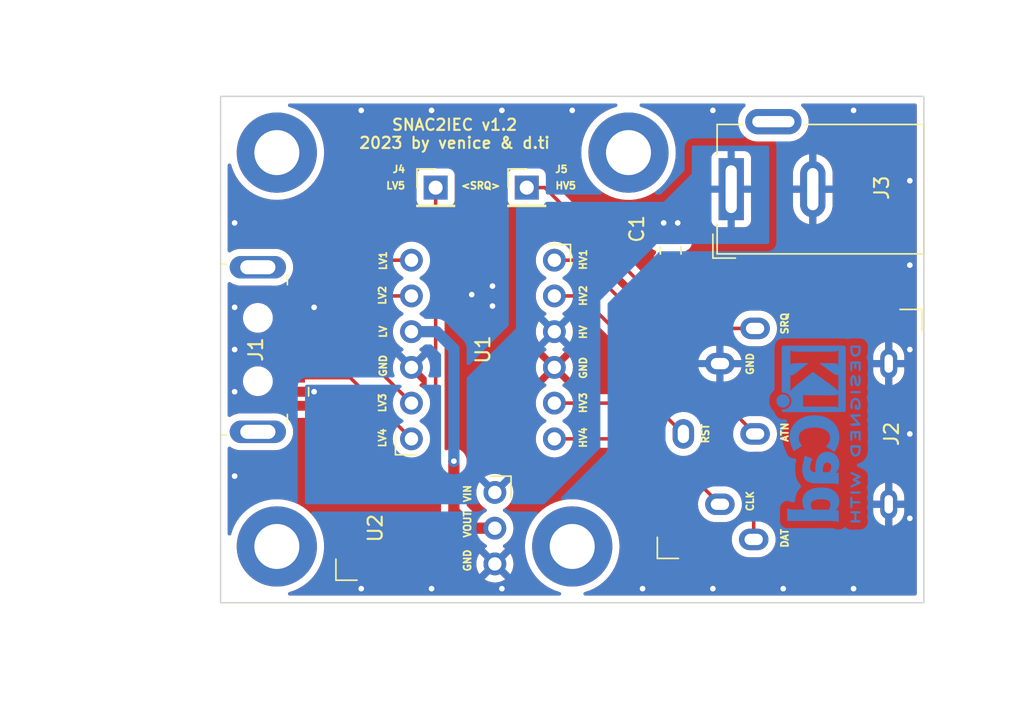
<source format=kicad_pcb>
(kicad_pcb (version 20211014) (generator pcbnew)
  (title_block (comment 4 "AISLER Project ID: KKYAYIPM"))
  (layers (0 "F.Cu" signal) (31 "B.Cu" signal) (34 "B.Paste" user) (35 "F.Paste" user) (36 "B.SilkS" user "B.Silkscreen") (37 "F.SilkS" user "F.Silkscreen") (38 "B.Mask" user) (39 "F.Mask" user) (44 "Edge.Cuts" user))
  (net 0 "")
  (net 2 "VBUS")
  (net 4 "GND")
  (net 6 "/LV1-ATN")
  (net 7 "+3V3")
  (net 8 "/LV2-DAT")
  (net 9 "/LV3-RST")
  (net 10 "/LV4-CLK")
  (net 11 "/LV5-SRQ")
  (net 12 "/HV5-SRQ")
  (net 13 "/HV1-ATN")
  (net 14 "/HV4-CLK")
  (net 15 "/HV2-DAT")
  (net 16 "/HV3-RST")
  (footprint "MountingHole:MountingHole_3.2mm_M3_ISO7380_Pad" (layer "F.Cu") (at 128.86 66.01)
    (fp_text reference "H1" hide)
    (fp_text value "M3")
  )
  (footprint "Connector_USB:USB3_A_Plug_Wuerth_692112030100_Horizontal" (layer "F.Cu") (at 128.185 80.01 180)
    (fp_text reference "J1")
    (fp_text value "USB3_A")
  )
  (footprint "Connector_PinHeader_2.54mm:PinHeader_1x01_P2.54mm_Vertical" (layer "F.Cu") (at 146.6278 68.5)
    (fp_text reference "J5")
    (fp_text value "SRQ-HV")
  )
  (footprint "MountingHole:MountingHole_3.2mm_M3_ISO7380_Pad" (layer "F.Cu") (at 149.86 94.01)
    (fp_text reference "H4" hide)
    (fp_text value "M3")
  )
  (footprint "Connector_PinHeader_2.54mm:PinHeader_1x01_P2.54mm_Vertical" (layer "F.Cu") (at 140.1508 68.5)
    (fp_text reference "J4")
    (fp_text value "SRQ-LV")
  )
  (footprint "MountingHole:MountingHole_3.2mm_M3_ISO7380_Pad" (layer "F.Cu") (at 128.86 94.01)
    (fp_text reference "H3" hide)
    (fp_text value "M3")
  )
  (footprint "Connector_BarrelJack:BarrelJack_Wuerth_6941xx301002" (layer "F.Cu") (at 161.16 68.61 90)
    (fp_text reference "J3")
    (fp_text value "Barrel_Jack")
  )
  (footprint "VeniceFootprints:Breakout_LDO_AMS1117_3.3V" (layer "F.Cu") (at 131.66 92.71 -90)
    (fp_text reference "U2")
    (fp_text value "LDO")
  )
  (footprint "Capacitor_SMD:C_0805_2012Metric" (layer "F.Cu") (at 156.86 72.96 -90)
    (fp_text reference "C1")
    (fp_text value "4.7uF")
  )
  (footprint "VeniceFootprints:DIN_6Pin_Print_Connector_IEC_Layout" (layer "F.Cu") (at 157.76 86.01 90)
    (fp_text reference "J2")
    (fp_text value "DIN-6")
  )
  (footprint "MountingHole:MountingHole_3.2mm_M3_ISO7380_Pad" (layer "F.Cu") (at 153.86 66.01)
    (fp_text reference "H2" hide)
    (fp_text value "M3")
  )
  (footprint "VeniceFootprints:Breakout_LevelShiffer_4Channel" (layer "F.Cu") (at 135.89 78.74 -90)
    (fp_text reference "U1")
    (fp_text value "4-Channel_LevelShifter")
  )
  (footprint "Symbol:KiCad-Logo2_5mm_Copper" (layer "B.Cu") (at 167.36 86.01 -90)
    (fp_text reference "" hide)
    (fp_text value "" hide)
  )
  (gr_rect (start 124.86 62.01) (end 174.86 98.01) (layer "Edge.Cuts") (width 0.1) (fill none))
  (gr_text "DAT" (at 164.9666 93.4298 90) (layer "F.SilkS") (effects (font (size 0.5 0.5) (thickness 0.125))))
  (gr_text "HV1\n" (at 150.641 73.6178 90) (layer "F.SilkS") (effects (font (size 0.5 0.5) (thickness 0.125))))
  (gr_text "VIN" (at 142.4114 90.2548 90) (layer "F.SilkS") (effects (font (size 0.5 0.5) (thickness 0.125))))
  (gr_text "HV\n" (at 150.641 78.774 90) (layer "F.SilkS") (effects (font (size 0.5 0.5) (thickness 0.125))))
  (gr_text "RST" (at 159.3278 85.9876 90) (layer "F.SilkS") (effects (font (size 0.5 0.5) (thickness 0.125))))
  (gr_text "SRQ" (at 164.9666 78.1644 90) (layer "F.SilkS") (effects (font (size 0.5 0.5) (thickness 0.125))))
  (gr_text "HV5" (at 149.3964 68.36) (layer "F.SilkS") (effects (font (size 0.5 0.5) (thickness 0.125))))
  (gr_text "VOUT" (at 142.4114 92.4392 90) (layer "F.SilkS") (effects (font (size 0.5 0.5) (thickness 0.125))))
  (gr_text "HV3\n" (at 150.641 83.8032 90) (layer "F.SilkS") (effects (font (size 0.5 0.5) (thickness 0.125))))
  (gr_text "CLK" (at 162.5028 90.7882 90) (layer "F.SilkS") (effects (font (size 0.5 0.5) (thickness 0.125))))
  (gr_text "SNAC2IEC v1.2\n2023 by venice & d.ti" (at 141.497 64.677) (layer "F.SilkS") (effects (font (size 0.8 0.8))))
  (gr_text "LV\n" (at 136.417 78.7486 90) (layer "F.SilkS") (effects (font (size 0.5 0.5) (thickness 0.125))))
  (gr_text "LV2" (at 136.3662 76.1578 90) (layer "F.SilkS") (effects (font (size 0.5 0.5) (thickness 0.125))))
  (gr_text "GND\n" (at 136.417 81.1616 90) (layer "F.SilkS") (effects (font (size 0.5 0.5) (thickness 0.125))))
  (gr_text "LV4" (at 136.3662 86.2924 90) (layer "F.SilkS") (effects (font (size 0.5 0.5) (thickness 0.125))))
  (gr_text "HV4\n" (at 150.641 86.267 90) (layer "F.SilkS") (effects (font (size 0.5 0.5) (thickness 0.125))))
  (gr_text "GND\n" (at 150.641 81.314 90) (layer "F.SilkS") (effects (font (size 0.5 0.5) (thickness 0.125))))
  (gr_text "ATN" (at 164.9666 85.886 90) (layer "F.SilkS") (effects (font (size 0.5 0.5) (thickness 0.125))))
  (gr_text "LV1" (at 136.417 73.694 90) (layer "F.SilkS") (effects (font (size 0.5 0.5) (thickness 0.125))))
  (gr_text "<SRQ>" (at 143.3512 68.36) (layer "F.SilkS") (effects (font (size 0.5 0.5) (thickness 0.125))))
  (gr_text "LV3" (at 136.3662 83.8032 90) (layer "F.SilkS") (effects (font (size 0.5 0.5) (thickness 0.125))))
  (gr_text "GND" (at 162.5028 81.0346 90) (layer "F.SilkS") (effects (font (size 0.5 0.5) (thickness 0.125))))
  (gr_text "LV5" (at 137.306 68.36) (layer "F.SilkS") (effects (font (size 0.5 0.5) (thickness 0.125))))
  (gr_text "GND" (at 142.4114 95.0046 90) (layer "F.SilkS") (effects (font (size 0.5 0.5) (thickness 0.125))))
  (gr_text "HV2\n" (at 150.641 76.1832 90) (layer "F.SilkS") (effects (font (size 0.5 0.5) (thickness 0.125))))
  (segment (start 129.96 83.01) (end 131.51 83.01) (width 0.7) (layer "F.Cu") (net 2))
  (via (at 156.36 71.01) (size 0.8) (drill 0.4) (layers "F.Cu" "B.Cu") (net 2))
  (via (at 131.51 83.01) (size 0.8) (drill 0.4) (layers "F.Cu" "B.Cu") (net 2))
  (via (at 157.36 71.01) (size 0.8) (drill 0.4) (layers "F.Cu" "B.Cu") (net 2))
  (segment (start 129.96 77.01) (end 131.51 77.01) (width 0.7) (layer "F.Cu") (net 4))
  (via (at 144.86 97.01) (size 0.8) (drill 0.4) (layers "F.Cu" "B.Cu") (net 4))
  (via (at 125.86 83.01) (size 0.8) (drill 0.4) (layers "F.Cu" "B.Cu") (net 4))
  (via (at 149.86 63.01) (size 0.8) (drill 0.4) (layers "F.Cu" "B.Cu") (net 4))
  (via (at 125.86 89.01) (size 0.8) (drill 0.4) (layers "F.Cu" "B.Cu") (net 4))
  (via (at 144.1894 75.4974) (size 0.8) (drill 0.4) (layers "F.Cu" "B.Cu") (net 4))
  (via (at 164.86 97.01) (size 0.8) (drill 0.4) (layers "F.Cu" "B.Cu") (net 4))
  (via (at 125.86 77.01) (size 0.8) (drill 0.4) (layers "F.Cu" "B.Cu") (net 4))
  (via (at 131.51 77.01) (size 0.8) (drill 0.4) (layers "F.Cu" "B.Cu") (net 4))
  (via (at 144.86 63.01) (size 0.8) (drill 0.4) (layers "F.Cu" "B.Cu") (net 4))
  (via (at 125.86 71.01) (size 0.8) (drill 0.4) (layers "F.Cu" "B.Cu") (net 4))
  (via (at 144.1894 76.9198) (size 0.8) (drill 0.4) (layers "F.Cu" "B.Cu") (net 4))
  (via (at 139.86 63.01) (size 0.8) (drill 0.4) (layers "F.Cu" "B.Cu") (net 4))
  (via (at 142.7162 76.107) (size 0.8) (drill 0.4) (layers "F.Cu" "B.Cu") (net 4))
  (via (at 169.86 97.01) (size 0.8) (drill 0.4) (layers "F.Cu" "B.Cu") (net 4))
  (via (at 173.86 92.01) (size 0.8) (drill 0.4) (layers "F.Cu" "B.Cu") (net 4))
  (via (at 125.86 80.01) (size 0.8) (drill 0.4) (layers "F.Cu" "B.Cu") (net 4))
  (via (at 159.86 63.01) (size 0.8) (drill 0.4) (layers "F.Cu" "B.Cu") (net 4))
  (via (at 139.86 97.01) (size 0.8) (drill 0.4) (layers "F.Cu" "B.Cu") (net 4))
  (via (at 159.86 97.01) (size 0.8) (drill 0.4) (layers "F.Cu" "B.Cu") (net 4))
  (via (at 169.86 63.01) (size 0.8) (drill 0.4) (layers "F.Cu" "B.Cu") (net 4))
  (via (at 173.86 80.01) (size 0.8) (drill 0.4) (layers "F.Cu" "B.Cu") (net 4))
  (via (at 154.86 97.01) (size 0.8) (drill 0.4) (layers "F.Cu" "B.Cu") (net 4))
  (via (at 173.86 68.01) (size 0.8) (drill 0.4) (layers "F.Cu" "B.Cu") (net 4))
  (via (at 173.86 86.01) (size 0.8) (drill 0.4) (layers "F.Cu" "B.Cu") (net 4))
  (via (at 134.86 97.01) (size 0.8) (drill 0.4) (layers "F.Cu" "B.Cu") (net 4))
  (via (at 173.86 74.01) (size 0.8) (drill 0.4) (layers "F.Cu" "B.Cu") (net 4))
  (via (at 134.86 63.01) (size 0.8) (drill 0.4) (layers "F.Cu" "B.Cu") (net 4))
  (segment (start 133.51 76.01) (end 129.96 76.01) (width 0.25) (layer "F.Cu") (net 6))
  (segment (start 138.43 73.66) (end 135.86 73.66) (width 0.25) (layer "F.Cu") (net 6))
  (segment (start 135.86 73.66) (end 133.51 76.01) (width 0.25) (layer "F.Cu") (net 6))
  (segment (start 141.4462 91.4942) (end 142.662 92.71) (width 0.8) (layer "F.Cu") (net 7))
  (segment (start 142.662 92.71) (end 144.36 92.71) (width 0.8) (layer "F.Cu") (net 7))
  (segment (start 141.4462 87.9942) (end 141.4462 91.4942) (width 0.8) (layer "F.Cu") (net 7))
  (via (at 141.4462 87.9434) (size 0.8) (drill 0.4) (layers "F.Cu" "B.Cu") (net 7))
  (segment (start 141.4462 87.9678) (end 141.4462 79.9678) (width 0.8) (layer "B.Cu") (net 7))
  (segment (start 138.43 78.74) (end 140.2184 78.74) (width 0.8) (layer "B.Cu") (net 7))
  (segment (start 140.2184 78.74) (end 141.4462 79.9678) (width 0.8) (layer "B.Cu") (net 7))
  (segment (start 136.32 76.2) (end 134.51 78.01) (width 0.25) (layer "F.Cu") (net 8))
  (segment (start 134.51 78.01) (end 129.96 78.01) (width 0.25) (layer "F.Cu") (net 8))
  (segment (start 138.43 76.2) (end 136.32 76.2) (width 0.25) (layer "F.Cu") (net 8))
  (segment (start 134.62 80.01) (end 129.96 80.01) (width 0.25) (layer "F.Cu") (net 9))
  (segment (start 138.43 83.82) (end 134.62 80.01) (width 0.25) (layer "F.Cu") (net 9))
  (segment (start 134.08 82.01) (end 129.96 82.01) (width 0.25) (layer "F.Cu") (net 10))
  (segment (start 138.43 86.36) (end 134.08 82.01) (width 0.25) (layer "F.Cu") (net 10))
  (segment (start 140.1508 68.5) (end 140.1508 87.537) (width 0.25) (layer "F.Cu") (net 11))
  (segment (start 139.0332 88.6546) (end 137.3822 88.6546) (width 0.25) (layer "F.Cu") (net 11))
  (segment (start 140.1508 87.537) (end 139.0332 88.6546) (width 0.25) (layer "F.Cu") (net 11))
  (segment (start 137.3822 88.6546) (end 132.7376 84.01) (width 0.25) (layer "F.Cu") (net 11))
  (segment (start 132.7376 84.01) (end 129.96 84.01) (width 0.25) (layer "F.Cu") (net 11))
  (segment (start 147.9108 68.5) (end 146.6278 68.5) (width 0.25) (layer "F.Cu") (net 12))
  (segment (start 157.9208 78.51) (end 162.86 78.51) (width 0.25) (layer "F.Cu") (net 12))
  (segment (start 157.9208 78.51) (end 147.9108 68.5) (width 0.25) (layer "F.Cu") (net 12))
  (segment (start 150.51 73.66) (end 162.86 86.01) (width 0.25) (layer "F.Cu") (net 13))
  (segment (start 148.59 73.66) (end 150.51 73.66) (width 0.25) (layer "F.Cu") (net 13))
  (segment (start 148.59 86.36) (end 155.71 86.36) (width 0.25) (layer "F.Cu") (net 14))
  (segment (start 155.71 86.36) (end 160.36 91.01) (width 0.25) (layer "F.Cu") (net 14))
  (segment (start 162.76 88.48) (end 162.76 93.51) (width 0.25) (layer "F.Cu") (net 15))
  (segment (start 148.59 76.2) (end 150.48 76.2) (width 0.25) (layer "F.Cu") (net 15))
  (segment (start 150.48 76.2) (end 162.76 88.48) (width 0.25) (layer "F.Cu") (net 15))
  (segment (start 148.59 83.82) (end 155.57 83.82) (width 0.25) (layer "F.Cu") (net 16))
  (segment (start 155.57 83.82) (end 157.76 86.01) (width 0.25) (layer "F.Cu") (net 16))
  (zone (net 4) (net_name "GND") (layers F&B.Cu) (connect_pads (clearance 0.508)) (min_thickness 0.254) (fill yes (thermal_gap 0.508) (thermal_bridge_width 0.508))
    (polygon (pts (xy 175.36 98.51) (xy 124.36 98.51) (xy 124.36 61.51) (xy 175.36 61.51)))
  )
  (zone (net 2) (net_name "VBUS") (layer "F.Cu") (priority 1) (connect_pads yes (clearance 0.508)) (min_thickness 0.254) (fill yes (thermal_gap 0.508) (thermal_bridge_width 0.508))
    (polygon (pts (xy 157.86 72.51) (xy 155.86 72.51) (xy 155.86 70.51) (xy 157.86 70.51)))
  )
  (zone (net 2) (net_name "VBUS") (layer "B.Cu") (priority 1) (connect_pads (clearance 0.508)) (min_thickness 0.254) (fill yes (thermal_gap 0.508) (thermal_bridge_width 0.508))
    (polygon (pts (xy 163.86 72.51) (xy 155.86 72.51) (xy 151.86 76.51) (xy 151.86 87.01) (xy 147.86 91.01) (xy 130.86 91.01) (xy 130.86 82.51) (xy 141.86 82.51) (xy 145.86 78.51) (xy 145.86 69.51) (xy 156.36 69.51) (xy 158.36 67.51) (xy 158.36 65.51) (xy 163.86 65.51)))
  )
)
</source>
